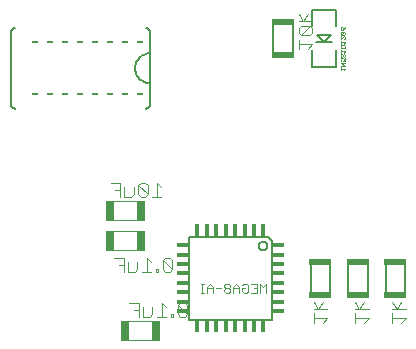
<source format=gbo>
G75*
G70*
%OFA0B0*%
%FSLAX24Y24*%
%IPPOS*%
%LPD*%
%AMOC8*
5,1,8,0,0,1.08239X$1,22.5*
%
%ADD10C,0.0060*%
%ADD11C,0.0030*%
%ADD12R,0.0390X0.0180*%
%ADD13R,0.0180X0.0390*%
%ADD14R,0.0720X0.0230*%
%ADD15C,0.0040*%
%ADD16R,0.0295X0.0669*%
%ADD17C,0.0080*%
%ADD18C,0.0010*%
%ADD19R,0.0200X0.0050*%
D10*
X007603Y002470D02*
X010362Y002470D01*
X010362Y005090D01*
X010223Y005230D01*
X007603Y005230D01*
X007603Y002470D01*
X009922Y004930D02*
X009924Y004953D01*
X009930Y004976D01*
X009939Y004997D01*
X009952Y005017D01*
X009968Y005034D01*
X009986Y005048D01*
X010006Y005059D01*
X010028Y005067D01*
X010051Y005071D01*
X010075Y005071D01*
X010098Y005067D01*
X010120Y005059D01*
X010140Y005048D01*
X010158Y005034D01*
X010174Y005017D01*
X010187Y004997D01*
X010196Y004976D01*
X010202Y004953D01*
X010204Y004930D01*
X010202Y004907D01*
X010196Y004884D01*
X010187Y004863D01*
X010174Y004843D01*
X010158Y004826D01*
X010140Y004812D01*
X010120Y004801D01*
X010098Y004793D01*
X010075Y004789D01*
X010051Y004789D01*
X010028Y004793D01*
X010006Y004801D01*
X009986Y004812D01*
X009968Y004826D01*
X009952Y004843D01*
X009939Y004863D01*
X009930Y004884D01*
X009924Y004907D01*
X009922Y004930D01*
X011653Y004300D02*
X011653Y003400D01*
X012313Y003400D02*
X012313Y004300D01*
X012903Y004300D02*
X012903Y003400D01*
X013563Y003400D02*
X013563Y004300D01*
X014153Y004300D02*
X014153Y003400D01*
X014813Y003400D02*
X014813Y004300D01*
X011063Y011400D02*
X011063Y012300D01*
X010403Y012300D02*
X010403Y011400D01*
X006303Y011350D02*
X006259Y011348D01*
X006216Y011342D01*
X006174Y011333D01*
X006132Y011320D01*
X006092Y011303D01*
X006053Y011283D01*
X006016Y011260D01*
X005982Y011233D01*
X005949Y011204D01*
X005920Y011171D01*
X005893Y011137D01*
X005870Y011100D01*
X005850Y011061D01*
X005833Y011021D01*
X005820Y010979D01*
X005811Y010937D01*
X005805Y010894D01*
X005803Y010850D01*
X005805Y010806D01*
X005811Y010763D01*
X005820Y010721D01*
X005833Y010679D01*
X005850Y010639D01*
X005870Y010600D01*
X005893Y010563D01*
X005920Y010529D01*
X005949Y010496D01*
X005982Y010467D01*
X006016Y010440D01*
X006053Y010417D01*
X006092Y010397D01*
X006132Y010380D01*
X006174Y010367D01*
X006216Y010358D01*
X006259Y010352D01*
X006303Y010350D01*
X006303Y009655D02*
X006303Y012045D01*
X006301Y012068D01*
X006296Y012091D01*
X006287Y012113D01*
X006274Y012133D01*
X006259Y012151D01*
X006241Y012166D01*
X006221Y012179D01*
X006199Y012188D01*
X006176Y012193D01*
X006153Y012195D01*
X006303Y009655D02*
X006301Y009632D01*
X006296Y009609D01*
X006287Y009587D01*
X006274Y009567D01*
X006259Y009549D01*
X006241Y009534D01*
X006221Y009521D01*
X006199Y009512D01*
X006176Y009507D01*
X006153Y009505D01*
X001813Y009505D02*
X001790Y009507D01*
X001767Y009512D01*
X001745Y009521D01*
X001725Y009534D01*
X001707Y009549D01*
X001692Y009567D01*
X001679Y009587D01*
X001670Y009609D01*
X001665Y009632D01*
X001663Y009655D01*
X001663Y012045D01*
X001665Y012068D01*
X001670Y012091D01*
X001679Y012113D01*
X001692Y012133D01*
X001707Y012151D01*
X001725Y012166D01*
X001745Y012179D01*
X001767Y012188D01*
X001790Y012193D01*
X001813Y012195D01*
D11*
X007998Y003655D02*
X008095Y003655D01*
X008047Y003655D02*
X008047Y003365D01*
X008095Y003365D02*
X007998Y003365D01*
X008196Y003365D02*
X008196Y003558D01*
X008293Y003655D01*
X008390Y003558D01*
X008390Y003365D01*
X008390Y003510D02*
X008196Y003510D01*
X008491Y003510D02*
X008684Y003510D01*
X008785Y003462D02*
X008785Y003413D01*
X008834Y003365D01*
X008931Y003365D01*
X008979Y003413D01*
X008979Y003462D01*
X008931Y003510D01*
X008834Y003510D01*
X008785Y003462D01*
X008834Y003510D02*
X008785Y003558D01*
X008785Y003607D01*
X008834Y003655D01*
X008931Y003655D01*
X008979Y003607D01*
X008979Y003558D01*
X008931Y003510D01*
X009080Y003510D02*
X009274Y003510D01*
X009274Y003558D02*
X009177Y003655D01*
X009080Y003558D01*
X009080Y003365D01*
X009274Y003365D02*
X009274Y003558D01*
X009375Y003510D02*
X009471Y003510D01*
X009375Y003510D02*
X009375Y003413D01*
X009423Y003365D01*
X009520Y003365D01*
X009568Y003413D01*
X009568Y003607D01*
X009520Y003655D01*
X009423Y003655D01*
X009375Y003607D01*
X009669Y003655D02*
X009863Y003655D01*
X009863Y003365D01*
X009669Y003365D01*
X009766Y003510D02*
X009863Y003510D01*
X009964Y003655D02*
X009964Y003365D01*
X010158Y003365D02*
X010158Y003655D01*
X010061Y003558D01*
X009964Y003655D01*
D12*
X010578Y003693D03*
X010578Y003378D03*
X010578Y003063D03*
X010578Y002748D03*
X010578Y004007D03*
X010578Y004322D03*
X010578Y004637D03*
X010578Y004952D03*
X007388Y004952D03*
X007388Y004637D03*
X007388Y004322D03*
X007388Y004007D03*
X007388Y003693D03*
X007388Y003378D03*
X007388Y003063D03*
X007388Y002748D03*
D13*
X007880Y002255D03*
X008195Y002255D03*
X008510Y002255D03*
X008825Y002255D03*
X009140Y002255D03*
X009455Y002255D03*
X009770Y002255D03*
X010085Y002255D03*
X010085Y005445D03*
X009770Y005445D03*
X009455Y005445D03*
X009140Y005445D03*
X008825Y005445D03*
X008510Y005445D03*
X008195Y005445D03*
X007880Y005445D03*
D14*
X011983Y004405D03*
X011983Y003295D03*
X013233Y003295D03*
X013233Y004405D03*
X014483Y004405D03*
X014483Y003295D03*
X010733Y011295D03*
X010733Y012405D03*
D15*
X005423Y004530D02*
X005116Y004530D01*
X005269Y004300D02*
X005423Y004300D01*
X005576Y004377D02*
X005576Y004070D01*
X005807Y004070D01*
X005883Y004147D01*
X005883Y004377D01*
X006190Y004530D02*
X006190Y004070D01*
X006037Y004070D02*
X006344Y004070D01*
X006497Y004070D02*
X006574Y004070D01*
X006574Y004147D01*
X006497Y004147D01*
X006497Y004070D01*
X006727Y004147D02*
X006804Y004070D01*
X006958Y004070D01*
X007034Y004147D01*
X006727Y004454D01*
X006727Y004147D01*
X007034Y004147D02*
X007034Y004454D01*
X006958Y004530D01*
X006804Y004530D01*
X006727Y004454D01*
X006344Y004377D02*
X006190Y004530D01*
X005862Y004790D02*
X005103Y004790D01*
X005423Y004530D02*
X005423Y004070D01*
X005616Y003030D02*
X005923Y003030D01*
X005923Y002570D01*
X006076Y002570D02*
X006076Y002877D01*
X005923Y002800D02*
X005769Y002800D01*
X006076Y002570D02*
X006307Y002570D01*
X006383Y002647D01*
X006383Y002877D01*
X006537Y002570D02*
X006844Y002570D01*
X006997Y002570D02*
X007074Y002570D01*
X007074Y002647D01*
X006997Y002647D01*
X006997Y002570D01*
X007227Y002647D02*
X007304Y002570D01*
X007458Y002570D01*
X007534Y002647D01*
X007227Y002954D01*
X007227Y002647D01*
X007227Y002954D02*
X007304Y003030D01*
X007458Y003030D01*
X007534Y002954D01*
X007534Y002647D01*
X006844Y002877D02*
X006690Y003030D01*
X006690Y002570D01*
X006362Y002410D02*
X005603Y002410D01*
X005603Y001790D02*
X006362Y001790D01*
X005862Y005410D02*
X005103Y005410D01*
X005103Y005790D02*
X005862Y005790D01*
X005862Y006410D02*
X005103Y006410D01*
X005298Y006570D02*
X005298Y007030D01*
X004991Y007030D01*
X005144Y006800D02*
X005298Y006800D01*
X005451Y006877D02*
X005451Y006570D01*
X005682Y006570D01*
X005758Y006647D01*
X005758Y006877D01*
X005912Y006954D02*
X005912Y006647D01*
X005989Y006570D01*
X006142Y006570D01*
X006219Y006647D01*
X005912Y006954D01*
X005989Y007030D01*
X006142Y007030D01*
X006219Y006954D01*
X006219Y006647D01*
X006372Y006570D02*
X006679Y006570D01*
X006526Y006570D02*
X006526Y007030D01*
X006679Y006877D01*
X011253Y011495D02*
X011253Y011802D01*
X011253Y011648D02*
X011713Y011648D01*
X011559Y011495D01*
X011636Y011955D02*
X011329Y011955D01*
X011636Y012262D01*
X011329Y012262D01*
X011253Y012186D01*
X011253Y012032D01*
X011329Y011955D01*
X011636Y011955D02*
X011713Y012032D01*
X011713Y012186D01*
X011636Y012262D01*
X011713Y012416D02*
X011253Y012416D01*
X011406Y012416D02*
X011253Y012646D01*
X011406Y012416D02*
X011559Y012646D01*
X011753Y003061D02*
X011906Y002830D01*
X012059Y003061D01*
X012213Y002830D02*
X011753Y002830D01*
X011753Y002677D02*
X011753Y002370D01*
X011753Y002523D02*
X012213Y002523D01*
X012059Y002370D01*
X013128Y002370D02*
X013128Y002677D01*
X013128Y002830D02*
X013588Y002830D01*
X013434Y003061D02*
X013281Y002830D01*
X013128Y003061D01*
X013128Y002523D02*
X013588Y002523D01*
X013434Y002370D01*
X014378Y002370D02*
X014378Y002677D01*
X014378Y002830D02*
X014838Y002830D01*
X014684Y003061D02*
X014531Y002830D01*
X014378Y003061D01*
X014378Y002523D02*
X014838Y002523D01*
X014684Y002370D01*
D16*
X006505Y002100D03*
X005460Y002100D03*
X004960Y005100D03*
X004960Y006100D03*
X006005Y006100D03*
X006005Y005100D03*
D17*
X011714Y010905D02*
X012501Y010905D01*
X012501Y011456D01*
X012383Y011732D02*
X012108Y011732D01*
X012344Y011968D01*
X011871Y011968D01*
X012108Y011732D01*
X011832Y011732D01*
X011714Y011456D02*
X011714Y010905D01*
X011714Y012244D02*
X011714Y012795D01*
X012501Y012795D01*
X012501Y012244D01*
D18*
X012653Y012183D02*
X012678Y012208D01*
X012703Y012208D01*
X012728Y012183D01*
X012728Y012108D01*
X012678Y012108D01*
X012653Y012133D01*
X012653Y012183D01*
X012728Y012108D02*
X012778Y012158D01*
X012803Y012208D01*
X012778Y012060D02*
X012678Y011960D01*
X012653Y011985D01*
X012653Y012035D01*
X012678Y012060D01*
X012778Y012060D01*
X012803Y012035D01*
X012803Y011985D01*
X012778Y011960D01*
X012678Y011960D01*
X012653Y011913D02*
X012653Y011813D01*
X012753Y011913D01*
X012778Y011913D01*
X012803Y011888D01*
X012803Y011838D01*
X012778Y011813D01*
X012803Y011716D02*
X012653Y011716D01*
X012653Y011666D02*
X012653Y011766D01*
X012753Y011666D02*
X012803Y011716D01*
X012778Y011618D02*
X012803Y011593D01*
X012803Y011518D01*
X012653Y011518D01*
X012653Y011593D01*
X012678Y011618D01*
X012778Y011618D01*
X012653Y011471D02*
X012653Y011371D01*
X012653Y011421D02*
X012803Y011421D01*
X012753Y011371D01*
X012753Y011324D02*
X012728Y011299D01*
X012728Y011249D01*
X012753Y011224D01*
X012778Y011224D01*
X012803Y011249D01*
X012803Y011299D01*
X012778Y011324D01*
X012753Y011324D01*
X012728Y011299D02*
X012703Y011324D01*
X012678Y011324D01*
X012653Y011299D01*
X012653Y011249D01*
X012678Y011224D01*
X012703Y011224D01*
X012728Y011249D01*
X012728Y011176D02*
X012678Y011176D01*
X012653Y011151D01*
X012653Y011101D01*
X012678Y011076D01*
X012728Y011076D02*
X012753Y011126D01*
X012753Y011151D01*
X012728Y011176D01*
X012803Y011176D02*
X012803Y011076D01*
X012728Y011076D01*
X012653Y011029D02*
X012803Y011029D01*
X012803Y010929D02*
X012653Y011029D01*
X012653Y010929D02*
X012803Y010929D01*
X012803Y010832D02*
X012653Y010832D01*
X012653Y010782D02*
X012653Y010882D01*
X012753Y010782D02*
X012803Y010832D01*
D19*
X005983Y009980D03*
X005483Y009980D03*
X004983Y009980D03*
X004483Y009980D03*
X003983Y009980D03*
X003483Y009980D03*
X002983Y009980D03*
X002483Y009980D03*
X002483Y011720D03*
X002983Y011720D03*
X003483Y011720D03*
X003983Y011720D03*
X004483Y011720D03*
X004983Y011720D03*
X005483Y011720D03*
X005983Y011720D03*
M02*

</source>
